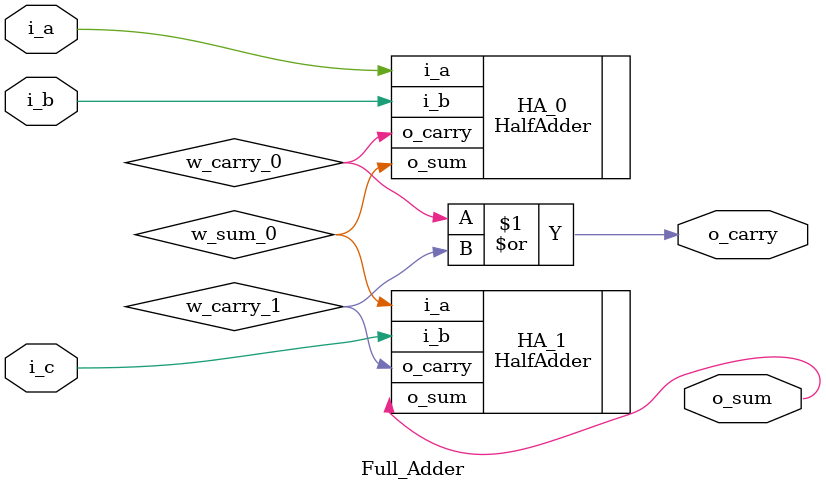
<source format=v>
`timescale 1ns / 1ps

module Full_Adder(
    input i_a, i_b, i_c,
    output o_sum, o_carry
    );

    wire w_sum_0, w_carry_0, w_carry_1;

    HalfAdder HA_0(
    .i_a(i_a),
    .i_b(i_b),
    .o_sum(w_sum_0),
    .o_carry(w_carry_0)
    );

    HalfAdder HA_1(
    .i_a(w_sum_0),
    .i_b(i_c),
    .o_sum(o_sum),
    .o_carry(w_carry_1)
    );
    
    assign o_carry = w_carry_0 | w_carry_1;

endmodule

</source>
